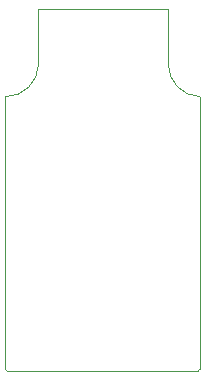
<source format=gbr>
%TF.GenerationSoftware,KiCad,Pcbnew,(5.1.9)-1*%
%TF.CreationDate,2021-05-04T17:18:08+07:00*%
%TF.ProjectId,usb_debug,7573625f-6465-4627-9567-2e6b69636164,rev?*%
%TF.SameCoordinates,Original*%
%TF.FileFunction,Profile,NP*%
%FSLAX46Y46*%
G04 Gerber Fmt 4.6, Leading zero omitted, Abs format (unit mm)*
G04 Created by KiCad (PCBNEW (5.1.9)-1) date 2021-05-04 17:18:08*
%MOMM*%
%LPD*%
G01*
G04 APERTURE LIST*
%TA.AperFunction,Profile*%
%ADD10C,0.050000*%
%TD*%
G04 APERTURE END LIST*
D10*
X89280378Y-79880000D02*
X89279999Y-56889471D01*
X105800346Y-79890000D02*
X105800346Y-56890000D01*
X105640000Y-80039622D02*
X89420000Y-80039622D01*
X89419999Y-80039631D02*
G75*
G02*
X89280378Y-79880000I10188J149786D01*
G01*
X92096599Y-54156533D02*
G75*
G02*
X89327965Y-56839526I-2768634J87008D01*
G01*
X89279999Y-56889471D02*
G75*
G02*
X89327965Y-56839526I49844J136D01*
G01*
X105800346Y-79890000D02*
G75*
G02*
X105640000Y-80039622I-150155J187D01*
G01*
X92096599Y-49420000D02*
X103077672Y-49420000D01*
X92096599Y-54156533D02*
X92096599Y-49420000D01*
X105750051Y-56842067D02*
G75*
G02*
X103077672Y-54073787I97622J2768280D01*
G01*
X105750052Y-56842034D02*
G75*
G02*
X105800000Y-56890000I139J-49844D01*
G01*
X103077672Y-54073787D02*
X103077672Y-49420000D01*
M02*

</source>
